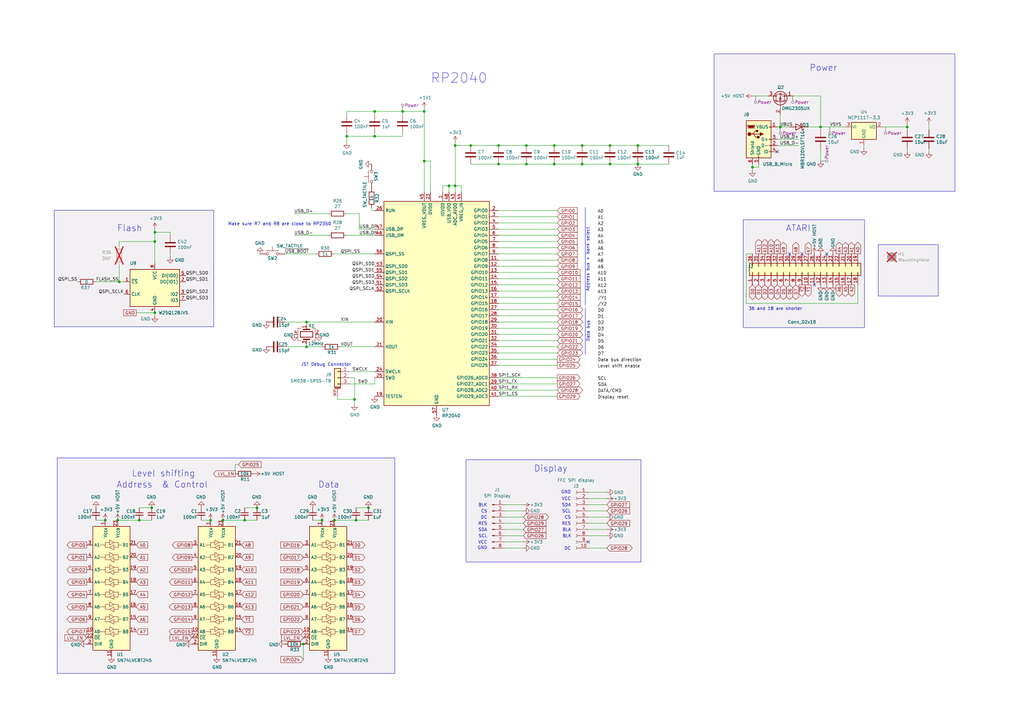
<source format=kicad_sch>
(kicad_sch (version 20250114) (generator "eeschema") (generator_version "9.0")
  (paper "A3")
  (title_block (title "DecentCart5200") (date "2025-01-23") (rev "2") (company "Decent Engineering"))
  (rectangle (start 292.862 22.098) (end 391.668 78.486) (fill (type color) (color 56 0 60 0.06)))
  (rectangle (start 23.495 187.833) (end 161.925 276.225) (fill (type color) (color 56 0 60 0.06)))
  (rectangle (start 22.225 86.233) (end 87.63 133.985) (fill (type color) (color 56 0 60 0.06)))
  (rectangle (start 191.135 188.595) (end 262.89 230.505) (fill (type color) (color 56 0 60 0.06)))
  (rectangle (start 360.172 100.33) (end 384.81 121.412) (fill (type color) (color 56 0 60 0.06)))
  (rectangle (start 304.8 90.17) (end 354.584 134.366) (fill (type color) (color 56 0 60 0.06)))
  (text "SDA" (at 234.188 207.264 0) (effects (font (size 1.27 1.27)) (justify right)))
  (text "VCC" (at 234.188 204.724 0) (effects (font (size 1.27 1.27)) (justify right)))
  (text "CS" (at 234.188 212.344 0) (effects (font (size 1.27 1.27)) (justify right)))
  (text "Flash" (at 48.006 95.25 0) (effects (font (size 2.54 2.54)) (justify left bottom)))
  (text "RP2040" (at 176.53 34.544 0) (effects (font (size 4 4)) (justify left bottom)))
  (text "ATARI" (at 327.406 95.25 0) (effects (font (size 2.54 2.54)) (justify bottom)))
  (text "Level shifting" (at 67.056 195.834 0) (effects (font (size 2.54 2.54)) (justify bottom)))
  (text "DC" (at 199.898 212.344 0) (effects (font (size 1.27 1.27)) (justify right)))
  (text "Address bus + bank select" (at 241.808 106.426 90) (effects (font (size 1.27 1.27)) (justify bottom)))
  (text "Data bus" (at 241.935 135.89 90) (effects (font (size 1.27 1.27)) (justify bottom)))
  (text "VCC" (at 199.898 222.504 0) (effects (font (size 1.27 1.27)) (justify right)))
  (text "RES" (at 199.898 214.884 0) (effects (font (size 1.27 1.27)) (justify right)))
  (text "BLK" (at 199.898 207.264 0) (effects (font (size 1.27 1.27)) (justify right)))
  (text "GND" (at 234.188 201.93 0) (effects (font (size 1.27 1.27)) (justify right)))
  (text "Power" (at 331.978 29.464 0) (effects (font (size 2.54 2.54)) (justify left bottom)))
  (text "SDA" (at 199.898 217.424 0) (effects (font (size 1.27 1.27)) (justify right)))
  (text "DC" (at 234.188 225.044 0) (effects (font (size 1.27 1.27)) (justify right)))
  (text "36 and 18 are shorter" (at 318.008 126.746 0) (effects (font (size 1.27 1.27))))
  (text "RES" (at 234.188 214.884 0) (effects (font (size 1.27 1.27)) (justify right)))
  (text "BLK" (at 234.442 219.964 0) (effects (font (size 1.27 1.27)) (justify right)))
  (text "SCL" (at 199.898 219.964 0) (effects (font (size 1.27 1.27)) (justify right)))
  (text "Make sure R7 and R8 are close to RP2350\n" (at 135.89 92.71 0) (effects (font (size 1.27 1.27)) (justify right bottom)))
  (text "SCL" (at 234.188 209.804 0) (effects (font (size 1.27 1.27)) (justify right)))
  (text "Data" (at 134.874 200.406 0) (effects (font (size 2.54 2.54)) (justify bottom)))
  (text "JST Debug Connector" (at 144.018 150.368 0) (effects (font (size 1.27 1.27)) (justify right bottom)))
  (text "Display" (at 218.948 193.802 0) (effects (font (size 2.54 2.54)) (justify left bottom)))
  (text "BLA" (at 234.188 217.424 0) (effects (font (size 1.27 1.27)) (justify right)))
  (text "CS" (at 199.898 209.804 0) (effects (font (size 1.27 1.27)) (justify right)))
  (text "GND" (at 199.898 224.79 0) (effects (font (size 1.27 1.27)) (justify right)))
  (text "Address  & Control" (at 66.548 200.406 0) (effects (font (size 2.54 2.54)) (justify bottom)))
  (junction (at 227.33 59.69))
  (junction (at 132.08 213.36))
  (junction (at 250.19 67.31))
  (junction (at 215.9 59.69))
  (junction (at 86.36 213.36))
  (junction (at 91.44 213.36))
  (junction (at 238.76 59.69))
  (junction (at 63.5 95.25))
  (junction (at 43.18 213.36))
  (junction (at 151.13 208.28))
  (junction (at 227.33 67.31))
  (junction (at 193.04 59.69))
  (junction (at 173.99 45.72))
  (junction (at 165.1 45.72))
  (junction (at 125.73 132.08))
  (junction (at 308.61 68.58))
  (junction (at 238.76 67.31))
  (junction (at 105.41 208.28))
  (junction (at 62.23 208.28))
  (junction (at 186.69 76.2))
  (junction (at 63.5 99.06))
  (junction (at 48.26 213.36))
  (junction (at 250.19 59.69))
  (junction (at 215.9 67.31))
  (junction (at 125.73 142.24))
  (junction (at 184.15 76.2))
  (junction (at 124.46 264.16))
  (junction (at 63.5 128.27))
  (junction (at 173.99 66.04))
  (junction (at 48.895 115.57))
  (junction (at 372.11 52.07))
  (junction (at 145.415 163.83))
  (junction (at 100.33 213.36))
  (junction (at 146.05 213.36))
  (junction (at 137.16 213.36))
  (junction (at 261.62 67.31))
  (junction (at 261.62 59.69))
  (junction (at 204.47 59.69))
  (junction (at 186.69 59.69))
  (junction (at 336.55 52.07))
  (junction (at 153.67 55.88))
  (junction (at 57.15 213.36))
  (junction (at 204.47 67.31))
  (junction (at 320.04 52.07))
  (junction (at 153.67 45.72))
  (junction (at 142.24 55.88))
  (no_connect (at 339.09 104.14))
  (no_connect (at 328.93 104.14))
  (no_connect (at 241.3 222.25))
  (no_connect (at 318.77 62.23))
  (no_connect (at 323.85 104.14))
  (no_connect (at 334.01 116.84))
  (wire (pts (xy 241.3 214.63) (xy 248.92 214.63)))
  (wire (pts (xy 165.1 45.72) (xy 173.99 45.72)))
  (wire (pts (xy 55.88 128.27) (xy 63.5 128.27)))
  (wire (pts (xy 63.5 95.25) (xy 63.5 99.06)))
  (wire (pts (xy 186.69 76.2) (xy 186.69 78.74)))
  (wire (pts (xy 189.23 78.74) (xy 189.23 76.2)))
  (wire (pts (xy 153.67 142.24) (xy 139.7 142.24)))
  (wire (pts (xy 228.6 160.02) (xy 204.47 160.02)))
  (wire (pts (xy 336.55 60.96) (xy 336.55 66.04)))
  (wire (pts (xy 48.895 100.965) (xy 48.895 99.06)))
  (wire (pts (xy 354.33 59.69) (xy 354.33 60.96)))
  (wire (pts (xy 146.05 213.36) (xy 151.13 213.36)))
  (wire (pts (xy 48.26 213.36) (xy 57.15 213.36)))
  (wire (pts (xy 125.73 140.97) (xy 125.73 142.24)))
  (wire (pts (xy 48.895 115.57) (xy 50.8 115.57)))
  (wire (pts (xy 184.15 76.2) (xy 181.61 76.2)))
  (wire (pts (xy 372.11 53.34) (xy 372.11 52.07)))
  (wire (pts (xy 124.46 264.16) (xy 124.46 270.51)))
  (wire (pts (xy 318.77 57.15) (xy 327.66 57.15)))
  (wire (pts (xy 57.15 213.36) (xy 62.23 213.36)))
  (wire (pts (xy 181.61 76.2) (xy 181.61 78.74)))
  (wire (pts (xy 228.6 119.38) (xy 204.47 119.38)))
  (wire (pts (xy 331.47 52.07) (xy 336.55 52.07)))
  (wire (pts (xy 100.33 208.28) (xy 105.41 208.28)))
  (wire (pts (xy 228.6 121.92) (xy 204.47 121.92)))
  (wire (pts (xy 204.47 67.31) (xy 215.9 67.31)))
  (wire (pts (xy 228.6 149.86) (xy 204.47 149.86)))
  (wire (pts (xy 215.9 67.31) (xy 227.33 67.31)))
  (wire (pts (xy 134.62 87.63) (xy 120.65 87.63)))
  (wire (pts (xy 186.69 59.69) (xy 193.04 59.69)))
  (wire (pts (xy 142.24 46.99) (xy 142.24 45.72)))
  (wire (pts (xy 228.6 129.54) (xy 204.47 129.54)))
  (wire (pts (xy 228.6 116.84) (xy 204.47 116.84)))
  (wire (pts (xy 308.61 39.37) (xy 314.96 39.37)))
  (wire (pts (xy 153.67 93.98) (xy 147.32 93.98)))
  (wire (pts (xy 207.01 222.25) (xy 214.63 222.25)))
  (wire (pts (xy 207.01 224.79) (xy 214.63 224.79)))
  (wire (pts (xy 176.53 66.04) (xy 173.99 66.04)))
  (wire (pts (xy 186.69 59.69) (xy 186.69 76.2)))
  (wire (pts (xy 165.1 55.88) (xy 165.1 54.61)))
  (wire (pts (xy 100.33 213.36) (xy 105.41 213.36)))
  (wire (pts (xy 173.99 45.72) (xy 173.99 66.04)))
  (wire (pts (xy 372.11 60.96) (xy 372.11 62.23)))
  (wire (pts (xy 48.895 108.585) (xy 48.895 115.57)))
  (wire (pts (xy 69.85 96.52) (xy 69.85 95.25)))
  (wire (pts (xy 91.44 213.36) (xy 100.33 213.36)))
  (wire (pts (xy 39.37 213.36) (xy 43.18 213.36)))
  (wire (pts (xy 320.04 52.07) (xy 323.85 52.07)))
  (wire (pts (xy 306.07 104.14) (xy 308.61 104.14)))
  (wire (pts (xy 241.3 204.47) (xy 248.92 204.47)))
  (wire (pts (xy 241.3 201.93) (xy 248.92 201.93)))
  (wire (pts (xy 241.3 219.71) (xy 248.92 219.71)))
  (wire (pts (xy 153.67 55.88) (xy 165.1 55.88)))
  (wire (pts (xy 308.61 68.58) (xy 308.61 69.85)))
  (wire (pts (xy 193.04 59.69) (xy 204.47 59.69)))
  (wire (pts (xy 137.16 213.36) (xy 146.05 213.36)))
  (wire (pts (xy 153.67 157.48) (xy 153.67 154.94)))
  (wire (pts (xy 318.77 52.07) (xy 320.04 52.07)))
  (wire (pts (xy 63.5 93.98) (xy 63.5 95.25)))
  (wire (pts (xy 215.9 59.69) (xy 227.33 59.69)))
  (wire (pts (xy 228.6 132.08) (xy 204.47 132.08)))
  (wire (pts (xy 320.04 46.99) (xy 320.04 52.07)))
  (wire (pts (xy 241.3 217.17) (xy 248.92 217.17)))
  (wire (pts (xy 39.37 115.57) (xy 48.895 115.57)))
  (wire (pts (xy 325.12 39.37) (xy 336.55 39.37)))
  (wire (pts (xy 351.79 116.84) (xy 351.79 124.46)))
  (wire (pts (xy 128.27 213.36) (xy 132.08 213.36)))
  (wire (pts (xy 116.84 132.08) (xy 125.73 132.08)))
  (wire (pts (xy 184.15 76.2) (xy 184.15 78.74)))
  (wire (pts (xy 311.15 67.31) (xy 311.15 68.58)))
  (wire (pts (xy 228.6 86.36) (xy 204.47 86.36)))
  (wire (pts (xy 176.53 78.74) (xy 176.53 66.04)))
  (wire (pts (xy 372.11 52.07) (xy 372.11 50.8)))
  (wire (pts (xy 152.4 85.09) (xy 152.4 86.36)))
  (wire (pts (xy 134.62 96.52) (xy 120.65 96.52)))
  (wire (pts (xy 142.24 55.88) (xy 153.67 55.88)))
  (wire (pts (xy 142.24 54.61) (xy 142.24 55.88)))
  (wire (pts (xy 63.5 128.27) (xy 63.5 129.54)))
  (wire (pts (xy 63.5 99.06) (xy 63.5 107.95)))
  (wire (pts (xy 250.19 59.69) (xy 261.62 59.69)))
  (wire (pts (xy 227.33 59.69) (xy 238.76 59.69)))
  (wire (pts (xy 147.32 87.63) (xy 147.32 93.98)))
  (wire (pts (xy 250.19 67.31) (xy 261.62 67.31)))
  (wire (pts (xy 69.85 95.25) (xy 63.5 95.25)))
  (wire (pts (xy 228.6 124.46) (xy 204.47 124.46)))
  (wire (pts (xy 228.6 106.68) (xy 204.47 106.68)))
  (wire (pts (xy 228.6 91.44) (xy 204.47 91.44)))
  (wire (pts (xy 96.52 190.5) (xy 96.52 194.31)))
  (wire (pts (xy 147.32 87.63) (xy 142.24 87.63)))
  (wire (pts (xy 228.6 109.22) (xy 204.47 109.22)))
  (wire (pts (xy 125.73 132.08) (xy 125.73 133.35)))
  (wire (pts (xy 228.6 114.3) (xy 204.47 114.3)))
  (wire (pts (xy 204.47 59.69) (xy 215.9 59.69)))
  (wire (pts (xy 228.6 88.9) (xy 204.47 88.9)))
  (wire (pts (xy 306.07 124.46) (xy 306.07 104.14)))
  (wire (pts (xy 227.33 67.31) (xy 238.76 67.31)))
  (wire (pts (xy 228.6 104.14) (xy 204.47 104.14)))
  (wire (pts (xy 137.16 104.14) (xy 153.67 104.14)))
  (wire (pts (xy 207.01 219.71) (xy 214.63 219.71)))
  (wire (pts (xy 138.43 162.56) (xy 138.43 163.83)))
  (wire (pts (xy 361.95 52.07) (xy 372.11 52.07)))
  (wire (pts (xy 228.6 127) (xy 204.47 127)))
  (wire (pts (xy 143.51 152.4) (xy 153.67 152.4)))
  (wire (pts (xy 318.77 59.69) (xy 327.66 59.69)))
  (wire (pts (xy 142.24 55.88) (xy 142.24 58.42)))
  (wire (pts (xy 129.54 104.14) (xy 116.84 104.14)))
  (wire (pts (xy 228.6 147.32) (xy 204.47 147.32)))
  (wire (pts (xy 125.73 132.08) (xy 153.67 132.08)))
  (wire (pts (xy 207.01 212.09) (xy 214.63 212.09)))
  (wire (pts (xy 97.79 190.5) (xy 96.52 190.5)))
  (wire (pts (xy 241.3 207.01) (xy 248.92 207.01)))
  (wire (pts (xy 381 60.96) (xy 381 62.23)))
  (wire (pts (xy 152.4 86.36) (xy 153.67 86.36)))
  (wire (pts (xy 143.51 157.48) (xy 153.67 157.48)))
  (wire (pts (xy 186.69 76.2) (xy 184.15 76.2)))
  (wire (pts (xy 336.55 53.34) (xy 336.55 52.07)))
  (wire (pts (xy 228.6 134.62) (xy 204.47 134.62)))
  (wire (pts (xy 228.6 157.48) (xy 204.47 157.48)))
  (wire (pts (xy 153.67 45.72) (xy 165.1 45.72)))
  (wire (pts (xy 145.415 154.94) (xy 145.415 163.83)))
  (wire (pts (xy 311.15 68.58) (xy 308.61 68.58)))
  (wire (pts (xy 142.24 45.72) (xy 153.67 45.72)))
  (wire (pts (xy 241.3 212.09) (xy 248.92 212.09)))
  (wire (pts (xy 69.85 104.14) (xy 69.85 105.41)))
  (wire (pts (xy 228.6 144.78) (xy 204.47 144.78)))
  (wire (pts (xy 193.04 67.31) (xy 204.47 67.31)))
  (wire (pts (xy 153.67 96.52) (xy 142.24 96.52)))
  (wire (pts (xy 207.01 214.63) (xy 214.63 214.63)))
  (wire (pts (xy 238.76 59.69) (xy 250.19 59.69)))
  (wire (pts (xy 173.99 66.04) (xy 173.99 78.74)))
  (wire (pts (xy 241.3 209.55) (xy 248.92 209.55)))
  (wire (pts (xy 173.99 44.45) (xy 173.99 45.72)))
  (wire (pts (xy 186.69 58.42) (xy 186.69 59.69)))
  (polyline (pts (xy 240.03 126.365) (xy 240.03 145.415)))
  (wire (pts (xy 228.6 96.52) (xy 204.47 96.52)))
  (wire (pts (xy 207.01 207.01) (xy 214.63 207.01)))
  (polyline (pts (xy 240.03 85.09) (xy 240.03 125.095)))
  (wire (pts (xy 165.1 46.99) (xy 165.1 45.72)))
  (wire (pts (xy 48.895 99.06) (xy 63.5 99.06)))
  (wire (pts (xy 228.6 139.7) (xy 204.47 139.7)))
  (wire (pts (xy 336.55 39.37) (xy 336.55 52.07)))
  (wire (pts (xy 116.84 142.24) (xy 125.73 142.24)))
  (wire (pts (xy 125.73 142.24) (xy 132.08 142.24)))
  (wire (pts (xy 346.71 52.07) (xy 336.55 52.07)))
  (wire (pts (xy 146.05 208.28) (xy 151.13 208.28)))
  (wire (pts (xy 228.6 99.06) (xy 204.47 99.06)))
  (wire (pts (xy 228.6 142.24) (xy 204.47 142.24)))
  (wire (pts (xy 207.01 209.55) (xy 214.63 209.55)))
  (wire (pts (xy 228.6 101.6) (xy 204.47 101.6)))
  (wire (pts (xy 153.67 46.99) (xy 153.67 45.72)))
  (wire (pts (xy 351.79 124.46) (xy 306.07 124.46)))
  (wire (pts (xy 57.15 208.28) (xy 62.23 208.28)))
  (wire (pts (xy 261.62 59.69) (xy 274.32 59.69)))
  (wire (pts (xy 145.415 163.83) (xy 145.415 165.735)))
  (wire (pts (xy 308.61 67.31) (xy 308.61 68.58)))
  (wire (pts (xy 228.6 111.76) (xy 204.47 111.76)))
  (wire (pts (xy 82.55 213.36) (xy 86.36 213.36)))
  (wire (pts (xy 228.6 137.16) (xy 204.47 137.16)))
  (wire (pts (xy 238.76 67.31) (xy 250.19 67.31)))
  (wire (pts (xy 381 50.8) (xy 381 53.34)))
  (wire (pts (xy 241.3 224.79) (xy 248.92 224.79)))
  (wire (pts (xy 189.23 76.2) (xy 186.69 76.2)))
  (wire (pts (xy 228.6 162.56) (xy 204.47 162.56)))
  (wire (pts (xy 145.415 163.83) (xy 138.43 163.83)))
  (wire (pts (xy 228.6 154.94) (xy 204.47 154.94)))
  (wire (pts (xy 207.01 217.17) (xy 214.63 217.17)))
  (wire (pts (xy 228.6 93.98) (xy 204.47 93.98)))
  (wire (pts (xy 153.67 54.61) (xy 153.67 55.88)))
  (wire (pts (xy 261.62 67.31) (xy 274.32 67.31)))
  (wire (pts (xy 143.51 154.94) (xy 145.415 154.94)))
  (label "QSPI_SD0" (at 76.2 113.03 0))
  (label "/Y1" (at 245.11 123.19 0))
  (label "XOUT" (at 139.7 142.24 0))
  (label "Level shift enable" (at 245.11 151.13 0))
  (label "A8" (at 245.11 107.95 0))
  (label "XIN" (at 139.7 132.08 0))
  (label "A10" (at 245.11 113.03 0))
  (label "DATA/CMD" (at 245.11 161.29 0))
  (label "QSPI_SCLK" (at 153.67 119.38 180))
  (label "Display reset" (at 245.11 163.83 0))
  (label "QSPI_SD2" (at 153.67 114.3 180))
  (label "SDA" (at 245.11 158.75 0))
  (label "SPI1_TX" (at 204.47 157.48 0))
  (label "QSPI_SCLK" (at 50.8 120.65 180))
  (label "QSPI_SS" (at 139.7 104.14 0))
  (label "USB_D+" (at 120.65 87.63 0))
  (label "A9" (at 245.11 110.49 0))
  (label "QSPI_SD3" (at 153.67 116.84 180))
  (label "A7" (at 245.11 105.41 0))
  (label "QSPI_SS" (at 31.75 115.57 180))
  (label "SPI1_SCK" (at 204.47 154.94 0))
  (label "D0" (at 245.11 128.27 0))
  (label "A13" (at 245.11 120.65 0))
  (label "A11" (at 245.11 115.57 0))
  (label "SWD" (at 150.876 157.48 180))
  (label "SPI1_CS" (at 204.47 162.56 0))
  (label "USB_D-" (at 120.65 96.52 0))
  (label "USB_D-" (at 327.66 59.69 180))
  (label "FLASH_SS" (at 39.37 115.57 0))
  (label "VSYS" (at 340.36 52.07 0))
  (label "QSPI_SD0" (at 153.67 109.22 180))
  (label "D7" (at 245.11 146.05 0))
  (label "QSPI_SD3" (at 76.2 123.19 0))
  (label "/Y2" (at 245.11 125.73 0))
  (label "A6" (at 245.11 102.87 0))
  (label "D3" (at 245.11 135.89 0))
  (label "USB_DN" (at 147.32 96.52 0))
  (label "Data bus direction" (at 245.11 148.59 0))
  (label "D2" (at 245.11 133.35 0))
  (label "D5" (at 245.11 140.97 0))
  (label "USB_D+" (at 327.66 57.15 180))
  (label "SWCLK" (at 150.876 152.4 180))
  (label "SCL" (at 245.11 156.21 0))
  (label "A4" (at 245.11 97.79 0))
  (label "D1" (at 245.11 130.81 0))
  (label "SPI1_RX" (at 204.47 160.02 0))
  (label "D4" (at 245.11 138.43 0))
  (label "A5" (at 245.11 100.33 0))
  (label "~{USB_BOOT}" (at 116.84 104.14 0))
  (label "A2" (at 245.11 92.71 0))
  (label "A1" (at 245.11 90.17 0))
  (label "D6" (at 245.11 143.51 0))
  (label "A12" (at 245.11 118.11 0))
  (label "A0" (at 245.11 87.63 0))
  (label "VBUS" (at 320.04 52.07 0))
  (label "QSPI_SD1" (at 153.67 111.76 180))
  (label "QSPI_SD2" (at 76.2 120.65 0))
  (label "USB_DP" (at 147.32 93.98 0))
  (label "A3" (at 245.11 95.25 0))
  (label "QSPI_SD1" (at 76.2 115.57 0))
  (global_label "A2" (shape input) (at 55.88 233.68 0) (property "Intersheetrefs" "${INTERSHEET_REFS}" (effects (hide yes))))
  (global_label "GPIO8" (shape input) (at 228.6 106.68 0) (property "Intersheetrefs" "${INTERSHEET_REFS}" (effects (hide yes))))
  (global_label "GPIO22" (shape bidirectional) (at 228.6 142.24 0) (property "Intersheetrefs" "${INTERSHEET_REFS}" (effects (hide yes))))
  (global_label "GPIO1" (shape output) (at 35.56 228.6 180) (property "Intersheetrefs" "${INTERSHEET_REFS}" (effects (hide yes))))
  (global_label "GPIO21" (shape bidirectional) (at 228.6 139.7 0) (property "Intersheetrefs" "${INTERSHEET_REFS}" (effects (hide yes))))
  (global_label "GPIO24" (shape output) (at 228.6 147.32 0) (property "Intersheetrefs" "${INTERSHEET_REFS}" (effects (hide yes))))
  (global_label "GPIO19" (shape input) (at 124.46 238.76 180) (property "Intersheetrefs" "${INTERSHEET_REFS}" (effects (hide yes))))
  (global_label "GPIO10" (shape input) (at 228.6 111.76 0) (property "Intersheetrefs" "${INTERSHEET_REFS}" (effects (hide yes))))
  (global_label "GPIO27" (shape output) (at 228.6 157.48 0) (property "Intersheetrefs" "${INTERSHEET_REFS}" (effects (hide yes))))
  (global_label "GPIO26" (shape input) (at 214.63 219.71 0) (property "Intersheetrefs" "${INTERSHEET_REFS}" (effects (hide yes))))
  (global_label "GPIO18" (shape bidirectional) (at 228.6 132.08 0) (property "Intersheetrefs" "${INTERSHEET_REFS}" (effects (hide yes))))
  (global_label "GPIO28" (shape bidirectional) (at 228.6 160.02 0) (property "Intersheetrefs" "${INTERSHEET_REFS}" (effects (hide yes))))
  (global_label "GPIO6" (shape output) (at 35.56 254 180) (property "Intersheetrefs" "${INTERSHEET_REFS}" (effects (hide yes))))
  (global_label "GPIO19" (shape bidirectional) (at 228.6 134.62 0) (property "Intersheetrefs" "${INTERSHEET_REFS}" (effects (hide yes))))
  (global_label "GPIO25" (shape input) (at 97.79 190.5 0) (property "Intersheetrefs" "${INTERSHEET_REFS}" (effects (hide yes))))
  (global_label "A2" (shape output) (at 349.25 116.84 270) (property "Intersheetrefs" "${INTERSHEET_REFS}" (effects (hide yes))))
  (global_label "GPIO9" (shape output) (at 78.74 228.6 180) (property "Intersheetrefs" "${INTERSHEET_REFS}" (effects (hide yes))))
  (global_label "A3" (shape output) (at 346.71 104.14 90) (property "Intersheetrefs" "${INTERSHEET_REFS}" (effects (hide yes))))
  (global_label "GPIO13" (shape output) (at 78.74 248.92 180) (property "Intersheetrefs" "${INTERSHEET_REFS}" (effects (hide yes))))
  (global_label "GPIO3" (shape input) (at 228.6 93.98 0) (property "Intersheetrefs" "${INTERSHEET_REFS}" (effects (hide yes))))
  (global_label "D5" (shape bidirectional) (at 321.31 116.84 270) (property "Intersheetrefs" "${INTERSHEET_REFS}" (effects (hide yes))))
  (global_label "D6" (shape bidirectional) (at 323.85 116.84 270) (property "Intersheetrefs" "${INTERSHEET_REFS}" (effects (hide yes))))
  (global_label "GPIO6" (shape input) (at 228.6 101.6 0) (property "Intersheetrefs" "${INTERSHEET_REFS}" (effects (hide yes))))
  (global_label "D2" (shape bidirectional) (at 313.69 116.84 270) (property "Intersheetrefs" "${INTERSHEET_REFS}" (effects (hide yes))))
  (global_label "D1" (shape output) (at 144.78 228.6 0) (property "Intersheetrefs" "${INTERSHEET_REFS}" (effects (hide yes))))
  (global_label "GPIO15" (shape input) (at 228.6 124.46 0) (property "Intersheetrefs" "${INTERSHEET_REFS}" (effects (hide yes))))
  (global_label "GPIO26" (shape input) (at 248.92 209.55 0) (property "Intersheetrefs" "${INTERSHEET_REFS}" (effects (hide yes))))
  (global_label "GPIO7" (shape output) (at 35.56 259.08 180) (property "Intersheetrefs" "${INTERSHEET_REFS}" (effects (hide yes))))
  (global_label "GPIO29" (shape output) (at 228.6 162.56 0) (property "Intersheetrefs" "${INTERSHEET_REFS}" (effects (hide yes))))
  (global_label "GPIO8" (shape output) (at 78.74 223.52 180) (property "Intersheetrefs" "${INTERSHEET_REFS}" (effects (hide yes))))
  (global_label "GPIO15" (shape output) (at 78.74 259.08 180) (property "Intersheetrefs" "${INTERSHEET_REFS}" (effects (hide yes))))
  (global_label "GPIO20" (shape input) (at 124.46 243.84 180) (property "Intersheetrefs" "${INTERSHEET_REFS}" (effects (hide yes))))
  (global_label "GPIO24" (shape input) (at 124.46 270.51 180) (property "Intersheetrefs" "${INTERSHEET_REFS}" (effects (hide yes))))
  (global_label "GND" (shape passive) (at 55.88 128.27 180) (property "Intersheetrefs" "${INTERSHEET_REFS}" (effects (hide yes))))
  (global_label "GPIO17" (shape input) (at 124.46 228.6 180) (property "Intersheetrefs" "${INTERSHEET_REFS}" (effects (hide yes))))
  (global_label "A11" (shape input) (at 99.06 238.76 0) (property "Intersheetrefs" "${INTERSHEET_REFS}" (effects (hide yes))))
  (global_label "LVL_EN" (shape output) (at 96.52 194.31 180) (property "Intersheetrefs" "${INTERSHEET_REFS}" (effects (hide yes))))
  (global_label "D5" (shape output) (at 144.78 248.92 0) (property "Intersheetrefs" "${INTERSHEET_REFS}" (effects (hide yes))))
  (global_label "GPIO0" (shape input) (at 228.6 86.36 0) (property "Intersheetrefs" "${INTERSHEET_REFS}" (effects (hide yes))))
  (global_label "LVL_EN" (shape input) (at 78.74 261.62 180) (property "Intersheetrefs" "${INTERSHEET_REFS}" (effects (hide yes))))
  (global_label "A10" (shape output) (at 316.23 104.14 90) (property "Intersheetrefs" "${INTERSHEET_REFS}" (effects (hide yes))))
  (global_label "GPIO16" (shape bidirectional) (at 228.6 127 0) (property "Intersheetrefs" "${INTERSHEET_REFS}" (effects (hide yes))))
  (global_label "GPIO10" (shape output) (at 78.74 233.68 180) (property "Intersheetrefs" "${INTERSHEET_REFS}" (effects (hide yes))))
  (global_label "GPIO17" (shape bidirectional) (at 228.6 129.54 0) (property "Intersheetrefs" "${INTERSHEET_REFS}" (effects (hide yes))))
  (global_label "A6" (shape input) (at 55.88 254 0) (property "Intersheetrefs" "${INTERSHEET_REFS}" (effects (hide yes))))
  (global_label "D1" (shape bidirectional) (at 311.15 116.84 270) (property "Intersheetrefs" "${INTERSHEET_REFS}" (effects (hide yes))))
  (global_label "GPIO14" (shape output) (at 78.74 254 180) (property "Intersheetrefs" "${INTERSHEET_REFS}" (effects (hide yes))))
  (global_label "D3" (shape output) (at 144.78 238.76 0) (property "Intersheetrefs" "${INTERSHEET_REFS}" (effects (hide yes))))
  (global_label "GPIO25" (shape output) (at 228.6 149.86 0) (property "Intersheetrefs" "${INTERSHEET_REFS}" (effects (hide yes))))
  (global_label "GPIO29" (shape input) (at 248.92 214.63 0) (property "Intersheetrefs" "${INTERSHEET_REFS}" (effects (hide yes))))
  (global_label "GPIO28" (shape bidirectional) (at 214.63 212.09 0) (property "Intersheetrefs" "${INTERSHEET_REFS}" (effects (hide yes))))
  (global_label "~{Y1}" (shape input) (at 99.06 254 0) (property "Intersheetrefs" "${INTERSHEET_REFS}" (effects (hide yes))))
  (global_label "A5" (shape output) (at 346.71 116.84 270) (property "Intersheetrefs" "${INTERSHEET_REFS}" (effects (hide yes))))
  (global_label "GPIO29" (shape input) (at 214.63 214.63 0) (property "Intersheetrefs" "${INTERSHEET_REFS}" (effects (hide yes))))
  (global_label "D0" (shape bidirectional) (at 308.61 116.84 270) (property "Intersheetrefs" "${INTERSHEET_REFS}" (effects (hide yes))))
  (global_label "~{Y2}" (shape output) (at 328.93 116.84 270) (property "Intersheetrefs" "${INTERSHEET_REFS}" (effects (hide yes))))
  (global_label "D0" (shape output) (at 144.78 223.52 0) (property "Intersheetrefs" "${INTERSHEET_REFS}" (effects (hide yes))))
  (global_label "GPIO11" (shape output) (at 78.74 238.76 180) (property "Intersheetrefs" "${INTERSHEET_REFS}" (effects (hide yes))))
  (global_label "GPIO11" (shape input) (at 228.6 114.3 0) (property "Intersheetrefs" "${INTERSHEET_REFS}" (effects (hide yes))))
  (global_label "D4" (shape bidirectional) (at 318.77 116.84 270) (property "Intersheetrefs" "${INTERSHEET_REFS}" (effects (hide yes))))
  (global_label "~{Y1}" (shape output) (at 331.47 116.84 270) (property "Intersheetrefs" "${INTERSHEET_REFS}" (effects (hide yes))))
  (global_label "GPIO9" (shape input) (at 228.6 109.22 0) (property "Intersheetrefs" "${INTERSHEET_REFS}" (effects (hide yes))))
  (global_label "GPIO13" (shape input) (at 228.6 119.38 0) (property "Intersheetrefs" "${INTERSHEET_REFS}" (effects (hide yes))))
  (global_label "A11" (shape output) (at 311.15 104.14 90) (property "Intersheetrefs" "${INTERSHEET_REFS}" (effects (hide yes))))
  (global_label "GPIO20" (shape bidirectional) (at 228.6 137.16 0) (property "Intersheetrefs" "${INTERSHEET_REFS}" (effects (hide yes))))
  (global_label "A5" (shape input) (at 55.88 248.92 0) (property "Intersheetrefs" "${INTERSHEET_REFS}" (effects (hide yes))))
  (global_label "A0" (shape output) (at 351.79 104.14 90) (property "Intersheetrefs" "${INTERSHEET_REFS}" (effects (hide yes))))
  (global_label "GPIO26" (shape output) (at 228.6 154.94 0) (property "Intersheetrefs" "${INTERSHEET_REFS}" (effects (hide yes))))
  (global_label "A1" (shape output) (at 349.25 104.14 90) (property "Intersheetrefs" "${INTERSHEET_REFS}" (effects (hide yes))))
  (global_label "A0" (shape input) (at 55.88 223.52 0) (property "Intersheetrefs" "${INTERSHEET_REFS}" (effects (hide yes))))
  (global_label "GPIO28" (shape bidirectional) (at 248.92 224.79 0) (property "Intersheetrefs" "${INTERSHEET_REFS}" (effects (hide yes))))
  (global_label "GPIO12" (shape input) (at 228.6 116.84 0) (property "Intersheetrefs" "${INTERSHEET_REFS}" (effects (hide yes))))
  (global_label "D7" (shape output) (at 144.78 259.08 0) (property "Intersheetrefs" "${INTERSHEET_REFS}" (effects (hide yes))))
  (global_label "A12" (shape output) (at 313.69 104.14 90) (property "Intersheetrefs" "${INTERSHEET_REFS}" (effects (hide yes))))
  (global_label "GPIO5" (shape output) (at 35.56 248.92 180) (property "Intersheetrefs" "${INTERSHEET_REFS}" (effects (hide yes))))
  (global_label "A3" (shape input) (at 55.88 238.76 0) (property "Intersheetrefs" "${INTERSHEET_REFS}" (effects (hide yes))))
  (global_label "GPIO2" (shape output) (at 35.56 233.68 180) (property "Intersheetrefs" "${INTERSHEET_REFS}" (effects (hide yes))))
  (global_label "A7" (shape output) (at 331.47 104.14 90) (property "Intersheetrefs" "${INTERSHEET_REFS}" (effects (hide yes))))
  (global_label "A10" (shape input) (at 99.06 233.68 0) (property "Intersheetrefs" "${INTERSHEET_REFS}" (effects (hide yes))))
  (global_label "A9" (shape input) (at 99.06 228.6 0) (property "Intersheetrefs" "${INTERSHEET_REFS}" (effects (hide yes))))
  (global_label "A4" (shape output) (at 344.17 104.14 90) (property "Intersheetrefs" "${INTERSHEET_REFS}" (effects (hide yes))))
  (global_label "LVL_EN" (shape input) (at 35.56 261.62 180) (property "Intersheetrefs" "${INTERSHEET_REFS}" (effects (hide yes))))
  (global_label "GPIO23" (shape bidirectional) (at 228.6 144.78 0) (property "Intersheetrefs" "${INTERSHEET_REFS}" (effects (hide yes))))
  (global_label "GPIO4" (shape output) (at 35.56 243.84 180) (property "Intersheetrefs" "${INTERSHEET_REFS}" (effects (hide yes))))
  (global_label "A1" (shape input) (at 55.88 228.6 0) (property "Intersheetrefs" "${INTERSHEET_REFS}" (effects (hide yes))))
  (global_label "GPIO4" (shape input) (at 228.6 96.52 0) (property "Intersheetrefs" "${INTERSHEET_REFS}" (effects (hide yes))))
  (global_label "A8" (shape input) (at 99.06 223.52 0) (property "Intersheetrefs" "${INTERSHEET_REFS}" (effects (hide yes))))
  (global_label "GPIO23" (shape input) (at 124.46 259.08 180) (property "Intersheetrefs" "${INTERSHEET_REFS}" (effects (hide yes))))
  (global_label "D7" (shape bidirectional) (at 326.39 116.84 270) (property "Intersheetrefs" "${INTERSHEET_REFS}" (effects (hide yes))))
  (global_label "D2" (shape output) (at 144.78 233.68 0) (property "Intersheetrefs" "${INTERSHEET_REFS}" (effects (hide yes))))
  (global_label "A6" (shape output) (at 344.17 116.84 270) (property "Intersheetrefs" "${INTERSHEET_REFS}" (effects (hide yes))))
  (global_label "GPIO14" (shape input) (at 228.6 121.92 0) (property "Intersheetrefs" "${INTERSHEET_REFS}" (effects (hide yes))))
  (global_label "A12" (shape input) (at 99.06 243.84 0) (property "Intersheetrefs" "${INTERSHEET_REFS}" (effects (hide yes))))
  (global_label "GPIO16" (shape input) (at 124.46 223.52 180) (property "Intersheetrefs" "${INTERSHEET_REFS}" (effects (hide yes))))
  (global_label "GPIO22" (shape input) (at 124.46 254 180) (property "Intersheetrefs" "${INTERSHEET_REFS}" (effects (hide yes))))
  (global_label "GPIO0" (shape output) (at 35.56 223.52 180) (property "Intersheetrefs" "${INTERSHEET_REFS}" (effects (hide yes))))
  (global_label "D3" (shape bidirectional) (at 316.23 116.84 270) (property "Intersheetrefs" "${INTERSHEET_REFS}" (effects (hide yes))))
  (global_label "GPIO7" (shape input) (at 228.6 104.14 0) (property "Intersheetrefs" "${INTERSHEET_REFS}" (effects (hide yes))))
  (global_label "D4" (shape output) (at 144.78 243.84 0) (property "Intersheetrefs" "${INTERSHEET_REFS}" (effects (hide yes))))
  (global_label "GPIO18" (shape input) (at 124.46 233.68 180) (property "Intersheetrefs" "${INTERSHEET_REFS}" (effects (hide yes))))
  (global_label "LVL_EN" (shape input) (at 124.46 261.62 180) (property "Intersheetrefs" "${INTERSHEET_REFS}" (effects (hide yes))))
  (global_label "~{Y2}" (shape input) (at 99.06 259.08 0) (property "Intersheetrefs" "${INTERSHEET_REFS}" (effects (hide yes))))
  (global_label "GPIO3" (shape output) (at 35.56 238.76 180) (property "Intersheetrefs" "${INTERSHEET_REFS}" (effects (hide yes))))
  (global_label "A9" (shape output) (at 321.31 104.14 90) (property "Intersheetrefs" "${INTERSHEET_REFS}" (effects (hide yes))))
  (global_label "GPIO5" (shape input) (at 228.6 99.06 0) (property "Intersheetrefs" "${INTERSHEET_REFS}" (effects (hide yes))))
  (global_label "GPIO2" (shape input) (at 228.6 91.44 0) (property "Intersheetrefs" "${INTERSHEET_REFS}" (effects (hide yes))))
  (global_label "A7" (shape input) (at 55.88 259.08 0) (property "Intersheetrefs" "${INTERSHEET_REFS}" (effects (hide yes))))
  (global_label "A13" (shape input) (at 99.06 248.92 0) (property "Intersheetrefs" "${INTERSHEET_REFS}" (effects (hide yes))))
  (global_label "GPIO27" (shape input) (at 248.92 207.01 0) (property "Intersheetrefs" "${INTERSHEET_REFS}" (effects (hide yes))))
  (global_label "GPIO21" (shape input) (at 124.46 248.92 180) (property "Intersheetrefs" "${INTERSHEET_REFS}" (effects (hide yes))))
  (global_label "A8" (shape output) (at 326.39 104.14 90) (property "Intersheetrefs" "${INTERSHEET_REFS}" (effects (hide yes))))
  (global_label "A13" (shape output) (at 318.77 104.14 90) (property "Intersheetrefs" "${INTERSHEET_REFS}" (effects (hide yes))))
  (global_label "A4" (shape input) (at 55.88 243.84 0) (property "Intersheetrefs" "${INTERSHEET_REFS}" (effects (hide yes))))
  (global_label "GPIO12" (shape output) (at 78.74 243.84 180) (property "Intersheetrefs" "${INTERSHEET_REFS}" (effects (hide yes))))
  (global_label "GPIO1" (shape input) (at 228.6 88.9 0) (property "Intersheetrefs" "${INTERSHEET_REFS}" (effects (hide yes))))
  (global_label "GPIO27" (shape input) (at 214.63 217.17 0) (property "Intersheetrefs" "${INTERSHEET_REFS}" (effects (hide yes))))
  (global_label "D6" (shape output) (at 144.78 254 0) (property "Intersheetrefs" "${INTERSHEET_REFS}" (effects (hide yes))))
  (netclass_flag "" (length 2.54) (shape round) (at 309.88 39.37 180) (property "Netclass" "Power" (at 310.5785 41.91 0) (effects (font (italic yes)) (justify left))))
  (netclass_flag "" (length 2.54) (shape round) (at 320.04 52.07 180) (property "Netclass" "Power" (at 320.7385 54.61 0) (effects (font (italic yes)) (justify left))))
  (netclass_flag "" (length 2.54) (shape round) (at 363.22 52.07 180) (property "Netclass" "Power" (at 363.9185 54.61 0) (effects (font (italic yes)) (justify left))))
  (netclass_flag "" (length 2.54) (shape round) (at 340.36 52.07 180) (property "Netclass" "Power" (at 341.0585 54.61 0) (effects (font (italic yes)) (justify left))))
  (netclass_flag "" (length 2.54) (shape round) (at 325.12 39.37 180) (property "Netclass" "Power" (at 325.8185 41.91 0) (effects (font (italic yes)) (justify left))))
  (netclass_flag "" (length 2.54) (shape round) (at 165.1 45.72 0) (property "Netclass" "Power" (at 165.7985 43.18 0) (effects (font (italic yes)) (justify left))))
  (netclass_flag "" (length 2.54) (shape round) (at 336.55 66.04 270) (property "Netclass" "Power" (at 339.09 65.3415 90) (effects (font (italic yes)) (justify left))))
  (symbol (lib_id "Device:C_Small") (at 105.41 210.82 0) (unit 1)
    (property "Reference" "C3" (at 107.188 209.6657 0) (effects (justify left)))
    (property "Value" "1uF" (at 107.188 212.09 0) (effects (justify left)))
    (property "Footprint" "Capacitor_SMD:C_0402_1005Metric" (effects (hide yes)))
    (property "Description" "Unpolarized capacitor, small symbol" (effects (hide yes)))
    (property "JLCPCB Part #" "C52923" (effects (hide yes)))
    (property "Basic" "Basic" (effects (hide yes)))
  )
  (symbol (lib_id "power:GND") (at 82.55 208.28 180) (unit 1)
    (property "Reference" "#PWR01" (effects (hide yes)))
    (property "Value" "GND" (at 82.423 203.8858 0))
  )
  (symbol (lib_id "power:+3V3") (at 381 50.8 0) (unit 1)
    (property "Reference" "#PWR041" (effects (hide yes)))
    (property "Value" "+3V3" (at 381.381 46.4058 0))
  )
  (symbol (lib_id "Connector_Generic_MountingPin:Conn_01x03_MountingPin") (at 138.43 154.94 0) (mirror y) (unit 1)
    (property "Reference" "J9" (at 135.89 153.67 0) (effects (justify left)))
    (property "Value" "SM03B-SRSS-TB" (at 135.89 156.21 0) (effects (justify left)))
    (property "Footprint" "Connector_JST:JST_SH_BM03B-SRSS-TB_1x03-1MP_P1.00mm_Vertical" (effects (hide yes)))
    (property "JLCPCB Part #" "C160389" (effects (hide yes)))
    (property "JLCPCB Rotation Offset" "180" (effects (hide yes)))
    (property "Basic" "Ext" (effects (hide yes)))
  )
  (symbol (lib_id "power:+3.3V") (at 248.92 217.17 270) (unit 1)
    (property "Reference" "#PWR029" (effects (hide yes)))
    (property "Value" "+3V3" (at 254.254 217.17 90))
    (property "Description" "Power symbol creates a global label with name \"+3.3V\"" (effects (hide yes)))
  )
  (symbol (lib_id "power:GND") (at 45.72 269.24 0) (unit 1)
    (property "Reference" "#PWR047" (effects (hide yes)))
    (property "Value" "GND" (at 45.847 273.6342 0))
  )
  (symbol (lib_id "power:GND") (at 88.9 269.24 0) (unit 1)
    (property "Reference" "#PWR06" (effects (hide yes)))
    (property "Value" "GND" (at 89.027 273.6342 0))
  )
  (symbol (lib_id "Device:D_Schottky") (at 327.66 52.07 180) (unit 1)
    (property "Reference" "D3" (at 330.454 51.308 0))
    (property "Value" "MBR120VLSFT1G" (at 329.184 61.468 90))
    (property "Footprint" "Diode_SMD:Nexperia_CFP3_SOD-123W" (effects (hide yes)))
    (property "Description" "Schottky diode" (effects (hide yes)))
    (property "JLCPCB Part #" "C8598" (effects (hide yes)))
    (property "Basic" "Basic" (effects (hide yes)))
  )
  (symbol (lib_id "Device:C_Small") (at 39.37 210.82 0) (unit 1)
    (property "Reference" "C17" (at 37.846 209.6657 0) (effects (justify right)))
    (property "Value" "100nF" (at 37.846 212.09 0) (effects (justify right)))
    (property "Footprint" "Capacitor_SMD:C_0402_1005Metric" (effects (hide yes)))
    (property "Description" "Unpolarized capacitor, small symbol" (effects (hide yes)))
    (property "JLCPCB Part #" "C1525" (effects (hide yes)))
    (property "Basic" "Basic" (effects (hide yes)))
  )
  (symbol (lib_id "power:GND") (at 179.07 170.18 0) (unit 1)
    (property "Reference" "#PWR032" (effects (hide yes)))
    (property "Value" "GND" (at 179.197 174.5742 0))
  )
  (symbol (lib_id "Device:C_Small") (at 62.23 210.82 0) (unit 1)
    (property "Reference" "C19" (at 64.008 209.6657 0) (effects (justify left)))
    (property "Value" "1uF" (at 64.008 212.09 0) (effects (justify left)))
    (property "Footprint" "Capacitor_SMD:C_0402_1005Metric" (effects (hide yes)))
    (property "Description" "Unpolarized capacitor, small symbol" (effects (hide yes)))
    (property "JLCPCB Part #" "C52923" (effects (hide yes)))
    (property "Basic" "Basic" (effects (hide yes)))
  )
  (symbol (lib_id "Logic_LevelTranslator:SN74LVC8T245") (at 134.62 241.3 0) (unit 1)
    (property "Reference" "U5" (at 136.8141 268.4201 0) (effects (justify left)))
    (property "Value" "SN74LVC8T245" (at 136.8141 270.8444 0) (effects (justify left)))
    (property "Footprint" "Package_SO:TSSOP-24_4.4x7.8mm_P0.65mm" (effects (hide yes)))
    (property "Datasheet" "https://www.ti.com/lit/ds/symlink/sn74lvc8t245.pdf" (effects (hide yes)))
    (property "Description" "8-Bit Dual-Supply Bus Transceiver With Configurable Voltage Translation and 3-State Outputs" (effects (hide yes)))
    (property "JLCPCB Part #" "C27643" (effects (hide yes)))
    (property "Basic" "Ext" (effects (hide yes)))
  )
  (symbol (lib_id "power:GND") (at 120.65 137.16 0) (unit 1)
    (property "Reference" "#PWR042" (effects (hide yes)))
    (property "Value" "GND" (at 118.364 137.414 0))
  )
  (symbol (lib_id "Device:C") (at 69.85 100.33 0) (unit 1)
    (property "Reference" "C42" (at 72.771 99.1616 0) (effects (justify left)))
    (property "Value" "100nF" (at 72.771 101.473 0) (effects (justify left)))
    (property "Footprint" "Capacitor_SMD:C_0402_1005Metric" (effects (hide yes)))
    (property "JLCPCB Part #" "C1525" (effects (hide yes)))
    (property "Basic" "Basic" (effects (hide yes)))
  )
  (symbol (lib_id "power:GND") (at 39.37 208.28 180) (unit 1)
    (property "Reference" "#PWR023" (effects (hide yes)))
    (property "Value" "GND" (at 39.243 203.8858 0))
  )
  (symbol (lib_id "power:+3V3") (at 132.08 213.36 0) (unit 1)
    (property "Reference" "#PWR061" (effects (hide yes)))
    (property "Value" "+3V3" (at 132.461 208.9658 0))
  )
  (symbol (lib_id "power:+3V3") (at 43.18 213.36 0) (unit 1)
    (property "Reference" "#PWR025" (effects (hide yes)))
    (property "Value" "+3V3" (at 43.561 208.9658 0))
  )
  (symbol (lib_id "Device:C") (at 238.76 63.5 0) (unit 1)
    (property "Reference" "C11" (at 241.681 62.2878 0) (effects (justify left)))
    (property "Value" "100nF" (at 241.681 64.7121 0) (effects (justify left)))
    (property "Footprint" "Capacitor_SMD:C_0402_1005Metric" (effects (hide yes)))
    (property "Description" "Unpolarized capacitor" (effects (hide yes)))
    (property "JLCPCB Part #" "C1525" (effects (hide yes)))
    (property "Basic" "Basic" (effects (hide yes)))
  )
  (symbol (lib_id "power:GND") (at 105.41 208.28 180) (unit 1)
    (property "Reference" "#PWR02" (effects (hide yes)))
    (property "Value" "GND" (at 105.283 203.8858 0))
  )
  (symbol (lib_id "power:GND") (at 336.55 116.84 0) (mirror y) (unit 1)
    (property "Reference" "#PWR027" (effects (hide yes)))
    (property "Value" "GND" (at 336.55 121.412 90))
  )
  (symbol (lib_id "Connector:Conn_01x10_Socket") (at 236.22 212.09 0) (mirror y) (unit 1)
    (property "Reference" "J3" (at 236.22 199.39 0))
    (property "Value" "FFC SPI display" (at 236.22 196.9657 0))
    (property "Footprint" "Connector_FFC-FPC:TE_1-1734839-0_1x10-1MP_P0.5mm_Horizontal" (effects (hide yes)))
    (property "Description" "Generic connector, single row, 01x10, script generated" (effects (hide yes)))
    (property "JLCPCB Part #" "C262659" (effects (hide yes)))
    (property "JLCPCB Rotation Offset" "180" (effects (hide yes)))
  )
  (symbol (lib_id "Connector:USB_B_Micro") (at 311.15 57.15 0) (unit 1)
    (property "Reference" "J8" (at 307.34 46.99 0) (effects (justify right)))
    (property "Value" "USB_B_Micro" (at 325.12 67.31 0) (effects (justify right)))
    (property "Footprint" "DecenTKL:USB_Micro-B" (effects (hide yes)))
    (property "JLCPCB Part #" "C2765187" (effects (hide yes)))
    (property "JLCPCB Position Offset" "0,-0.8" (effects (hide yes)))
    (property "Basic" "Ext" (effects (hide yes)))
  )
  (symbol (lib_id "Device:C_Small") (at 151.13 210.82 0) (unit 1)
    (property "Reference" "C31" (at 152.908 209.6657 0) (effects (justify left)))
    (property "Value" "1uF" (at 152.908 212.09 0) (effects (justify left)))
    (property "Footprint" "Capacitor_SMD:C_0402_1005Metric" (effects (hide yes)))
    (property "Description" "Unpolarized capacitor, small symbol" (effects (hide yes)))
    (property "JLCPCB Part #" "C52923" (effects (hide yes)))
    (property "Basic" "Basic" (effects (hide yes)))
  )
  (symbol (lib_id "power:GND") (at 248.92 201.93 90) (unit 1)
    (property "Reference" "#PWR021" (effects (hide yes)))
    (property "Value" "GND" (at 253.746 201.93 90))
  )
  (symbol (lib_id "Device:C") (at 381 57.15 0) (unit 1)
    (property "Reference" "C28" (at 383.921 55.9816 0) (effects (justify left)))
    (property "Value" "10uF" (at 383.921 58.293 0) (effects (justify left)))
    (property "Footprint" "Capacitor_SMD:C_0402_1005Metric" (effects (hide yes)))
    (property "JLCPCB Part #" "C15525" (effects (hide yes)))
    (property "Basic" "Basic" (effects (hide yes)))
  )
  (symbol (lib_id "Device:C") (at 113.03 132.08 270) (unit 1)
    (property "Reference" "C24" (at 115.57 130.81 90))
    (property "Value" "15pF" (at 116.586 133.35 90))
    (property "Footprint" "Capacitor_SMD:C_0402_1005Metric" (effects (hide yes)))
    (property "Description" "Unpolarized capacitor" (effects (hide yes)))
    (property "JLCPCB Part #" "C1548" (effects (hide yes)))
    (property "Basic" "Basic" (effects (hide yes)))
  )
  (symbol (lib_id "power:+3.3V") (at 214.63 222.25 270) (unit 1)
    (property "Reference" "#PWR019" (effects (hide yes)))
    (property "Value" "+3V3" (at 219.964 222.25 90))
    (property "Description" "Power symbol creates a global label with name \"+3.3V\"" (effects (hide yes)))
  )
  (symbol (lib_id "power:GND") (at 354.33 60.96 0) (unit 1)
    (property "Reference" "#PWR049" (effects (hide yes)))
    (property "Value" "GND" (at 350.52 62.23 0))
  )
  (symbol (lib_id "power:+3V3") (at 372.11 50.8 0) (unit 1)
    (property "Reference" "#PWR040" (effects (hide yes)))
    (property "Value" "+3V3" (at 372.11 46.482 0))
  )
  (symbol (lib_id "power:GND") (at 62.23 208.28 180) (unit 1)
    (property "Reference" "#PWR024" (effects (hide yes)))
    (property "Value" "GND" (at 62.103 203.8858 0))
  )
  (symbol (lib_id "power:+1V1") (at 173.99 44.45 0) (unit 1)
    (property "Reference" "#PWR010" (effects (hide yes)))
    (property "Value" "+1V1" (at 174.371 40.0558 0))
  )
  (symbol (lib_id "Device:R") (at 133.35 104.14 270) (unit 1)
    (property "Reference" "R30" (at 133.35 101.854 90))
    (property "Value" "1k" (at 133.35 104.1654 90))
    (property "Footprint" "Resistor_SMD:R_0402_1005Metric" (effects (hide yes)))
    (property "JLCPCB Part #" "C11702" (effects (hide yes)))
    (property "Basic" "Basic" (effects (hide yes)))
  )
  (symbol (lib_id "power:+3.3V") (at 186.69 58.42 0) (unit 1)
    (property "Reference" "#PWR011" (effects (hide yes)))
    (property "Value" "+3V3" (at 186.69 54.356 0))
    (property "Description" "Power symbol creates a global label with name \"+3.3V\"" (effects (hide yes)))
  )
  (symbol (lib_id "Device:C") (at 215.9 63.5 0) (unit 1)
    (property "Reference" "C9" (at 218.821 62.2878 0) (effects (justify left)))
    (property "Value" "100nF" (at 218.821 64.7121 0) (effects (justify left)))
    (property "Footprint" "Capacitor_SMD:C_0402_1005Metric" (effects (hide yes)))
    (property "Description" "Unpolarized capacitor" (effects (hide yes)))
    (property "JLCPCB Part #" "C1525" (effects (hide yes)))
    (property "Basic" "Basic" (effects (hide yes)))
  )
  (symbol (lib_id "power:+3V3") (at 63.5 93.98 0) (unit 1)
    (property "Reference" "#PWR069" (effects (hide yes)))
    (property "Value" "+3V3" (at 63.881 89.5858 0))
  )
  (symbol (lib_id "Device:C") (at 227.33 63.5 0) (unit 1)
    (property "Reference" "C10" (at 230.251 62.2878 0) (effects (justify left)))
    (property "Value" "100nF" (at 230.251 64.7121 0) (effects (justify left)))
    (property "Footprint" "Capacitor_SMD:C_0402_1005Metric" (effects (hide yes)))
    (property "Description" "Unpolarized capacitor" (effects (hide yes)))
    (property "JLCPCB Part #" "C1525" (effects (hide yes)))
    (property "Basic" "Basic" (effects (hide yes)))
  )
  (symbol (lib_id "power:GND") (at 109.22 142.24 0) (unit 1)
    (property "Reference" "#PWR045" (effects (hide yes)))
    (property "Value" "GND" (at 105.41 143.51 0))
  )
  (symbol (lib_id "Device:R") (at 120.65 264.16 90) (unit 1)
    (property "Reference" "R33" (at 120.904 266.446 90))
    (property "Value" "10k" (at 120.65 264.16 90))
    (property "Footprint" "Resistor_SMD:R_0402_1005Metric" (effects (hide yes)))
    (property "JLCPCB Part #" "C25744" (effects (hide yes)))
    (property "Basic" "Basic" (effects (hide yes)))
  )
  (symbol (lib_id "Memory_Flash:W25Q128JVS") (at 63.5 118.11 0) (unit 1)
    (property "Reference" "U9" (at 54.61 107.95 0))
    (property "Value" "W25Q128JVS" (at 71.12 128.27 0))
    (property "Footprint" "Package_SO:SOIC-8_5.23x5.23mm_P1.27mm" (effects (hide yes)))
    (property "Datasheet" "http://www.winbond.com/resource-files/w25q128jv_dtr%20revc%2003272018%20plus.pdf" (effects (hide yes)))
    (property "JLCPCB Part #" "C97521" (effects (hide yes)))
    (property "Basic" "Basic" (effects (hide yes)))
  )
  (symbol (lib_id "Transistor_FET:TP0610L") (at 320.04 41.91 90) (unit 1)
    (property "Reference" "Q2" (at 321.564 35.814 90) (effects (justify left)))
    (property "Value" "DMG2305UX" (at 332.232 44.45 90) (effects (justify left)))
    (property "Footprint" "Package_TO_SOT_SMD:SOT-23" (effects (hide yes)))
    (property "Datasheet" "https://www.lcsc.com/datasheet/lcsc_datasheet_1810010329_Vishay-Intertech-TP0610K-T1-GE3_C193222.pdf" (effects (hide yes)))
    (property "Description" "-0.18A Id, -60V Vds, P-Channel MOSFET, TO-92" (effects (hide yes)))
    (property "JLCPCB Part #" "C150470" (effects (hide yes)))
    (property "Basic" "Basic" (effects (hide yes)))
  )
  (symbol (lib_id "Device:C") (at 153.67 50.8 0) (unit 1)
    (property "Reference" "C5" (at 156.591 49.6316 0) (effects (justify left)))
    (property "Value" "1uF" (at 156.591 51.943 0) (effects (justify left)))
    (property "Footprint" "Capacitor_SMD:C_0402_1005Metric" (effects (hide yes)))
    (property "JLCPCB Part #" "C52923" (effects (hide yes)))
    (property "Basic" "Basic" (effects (hide yes)))
  )
  (symbol (lib_id "power:+3.3V") (at 248.92 204.47 270) (unit 1)
    (property "Reference" "#PWR022" (effects (hide yes)))
    (property "Value" "+3V3" (at 254.254 204.47 90))
    (property "Description" "Power symbol creates a global label with name \"+3.3V\"" (effects (hide yes)))
  )
  (symbol (lib_id "power:GND") (at 142.24 58.42 0) (unit 1)
    (property "Reference" "#PWR017" (effects (hide yes)))
    (property "Value" "GND" (at 142.367 62.8142 0))
  )
  (symbol (lib_id "Device:C_Small") (at 82.55 210.82 0) (unit 1)
    (property "Reference" "C1" (at 81.026 209.6657 0) (effects (justify right)))
    (property "Value" "100nF" (at 81.026 212.09 0) (effects (justify right)))
    (property "Footprint" "Capacitor_SMD:C_0402_1005Metric" (effects (hide yes)))
    (property "Description" "Unpolarized capacitor, small symbol" (effects (hide yes)))
    (property "JLCPCB Part #" "C1525" (effects (hide yes)))
    (property "Basic" "Basic" (effects (hide yes)))
  )
  (symbol (lib_id "power:GND") (at 116.84 264.16 270) (unit 1)
    (property "Reference" "#PWR07" (effects (hide yes)))
    (property "Value" "GND" (at 112.268 264.414 90))
  )
  (symbol (lib_id "Device:R") (at 48.895 104.775 0) (mirror y) (unit 1) (dnp yes)
    (property "Reference" "R36" (at 45.72 103.505 0) (effects (justify left)))
    (property "Value" "DNF" (at 45.72 106.045 0) (effects (justify left)))
    (property "Footprint" "Resistor_SMD:R_0402_1005Metric" (effects (hide yes)))
    (property "Basic" "-" (effects (hide yes)))
  )
  (symbol (lib_id "power:GND") (at 261.62 67.31 0) (unit 1)
    (property "Reference" "#PWR018" (effects (hide yes)))
    (property "Value" "GND" (at 261.62 71.4431 0))
    (property "Description" "Power symbol creates a global label with name \"GND\" , ground" (effects (hide yes)))
  )
  (symbol (lib_id "Device:C") (at 142.24 50.8 0) (unit 1)
    (property "Reference" "C4" (at 145.161 49.6316 0) (effects (justify left)))
    (property "Value" "100nF" (at 145.161 51.943 0) (effects (justify left)))
    (property "Footprint" "Capacitor_SMD:C_0402_1005Metric" (effects (hide yes)))
    (property "JLCPCB Part #" "C1525" (effects (hide yes)))
    (property "Basic" "Basic" (effects (hide yes)))
  )
  (symbol (lib_id "Connector:Conn_01x08_Pin") (at 201.93 214.63 0) (unit 1)
    (property "Reference" "J1" (at 203.962 200.914 0))
    (property "Value" "SPI Display" (at 203.962 203.3383 0))
    (property "Footprint" "Connector_PinHeader_2.54mm:PinHeader_1x08_P2.54mm_Vertical" (effects (hide yes)))
    (property "Description" "Generic connector, single row, 01x08, script generated" (effects (hide yes)))
  )
  (symbol (lib_id "power:GND") (at 372.11 62.23 0) (unit 1)
    (property "Reference" "#PWR050" (effects (hide yes)))
    (property "Value" "GND" (at 368.3 63.5 0))
  )
  (symbol (lib_id "Device:C") (at 261.62 63.5 0) (unit 1)
    (property "Reference" "C13" (at 264.541 62.2878 0) (effects (justify left)))
    (property "Value" "100nF" (at 264.541 64.7121 0) (effects (justify left)))
    (property "Footprint" "Capacitor_SMD:C_0402_1005Metric" (effects (hide yes)))
    (property "Description" "Unpolarized capacitor" (effects (hide yes)))
    (property "JLCPCB Part #" "C1525" (effects (hide yes)))
    (property "Basic" "Basic" (effects (hide yes)))
  )
  (symbol (lib_id "Device:R") (at 135.89 142.24 90) (unit 1)
    (property "Reference" "R31" (at 136.144 144.526 90))
    (property "Value" "1k" (at 135.89 142.24 90))
    (property "Footprint" "Resistor_SMD:R_0402_1005Metric" (effects (hide yes)))
    (property "JLCPCB Part #" "C11702" (effects (hide yes)))
    (property "Basic" "Basic" (effects (hide yes)))
  )
  (symbol (lib_id "Connector_Generic:Conn_02x18_Counter_Clockwise") (at 328.93 111.76 90) (unit 1)
    (property "Reference" "J2" (at 309.1181 109.2778 90) (effects (justify left)))
    (property "Value" "Conn_02x18" (at 334.772 132.08 90) (effects (justify left)))
    (property "Footprint" "DecenTKL:Atari 5200 Cartridge Edge Connector" (effects (hide yes)))
    (property "Description" "Generic connector, double row, 02x18, counter clockwise pin numbering scheme (similar to DIP package numbering), script generated (kicad-library-utils/schlib/autogen/connector/)" (effects (hide yes)))
    (property "Basic" "-" (effects (hide yes)))
  )
  (symbol (lib_id "power:GND") (at 341.63 104.14 0) (mirror x) (unit 1)
    (property "Reference" "#PWR012" (effects (hide yes)))
    (property "Value" "GND" (at 341.63 99.568 90))
  )
  (symbol (lib_id "power:+5V") (at 48.26 213.36 0) (unit 1)
    (property "Reference" "#PWR026" (effects (hide yes)))
    (property "Value" "+5V HOST" (at 48.26 205.74 90))
    (property "Description" "Power symbol creates a global label with name \"+5V\"" (effects (hide yes)))
  )
  (symbol (lib_id "Device:C_Small") (at 57.15 210.82 0) (unit 1)
    (property "Reference" "C18" (at 55.626 209.6657 0) (effects (justify right)))
    (property "Value" "100nF" (at 55.626 212.09 0) (effects (justify right)))
    (property "Footprint" "Capacitor_SMD:C_0402_1005Metric" (effects (hide yes)))
    (property "Description" "Unpolarized capacitor, small symbol" (effects (hide yes)))
    (property "JLCPCB Part #" "C1525" (effects (hide yes)))
    (property "Basic" "Basic" (effects (hide yes)))
  )
  (symbol (lib_id "Device:Crystal_GND24") (at 125.73 137.16 270) (unit 1)
    (property "Reference" "X1" (at 127.762 133.604 90))
    (property "Value" "12MHz" (at 129.54 140.97 90))
    (property "Footprint" "Crystal:Crystal_SMD_Abracon_ABM8AIG-4Pin_3.2x2.5mm" (effects (hide yes)))
    (property "Datasheet" "https://www.lcsc.com/datasheet/lcsc_datasheet_2403291504_YXC-Crystal-Oscillators-X322512MSB4SI_C9002.pdf" (effects (hide yes)))
    (property "Description" "Four pin crystal, GND on pins 2 and 4" (effects (hide yes)))
    (property "JLCPCB Part #" "C9002" (effects (hide yes)))
    (property "Basic" "Basic" (effects (hide yes)))
  )
  (symbol (lib_id "power:GND") (at 130.81 137.16 0) (unit 1)
    (property "Reference" "#PWR043" (effects (hide yes)))
    (property "Value" "GND" (at 133.096 137.414 0))
  )
  (symbol (lib_id "Device:C_Small") (at 146.05 210.82 0) (unit 1)
    (property "Reference" "C30" (at 144.526 209.6657 0) (effects (justify right)))
    (property "Value" "100nF" (at 144.526 212.09 0) (effects (justify right)))
    (property "Footprint" "Capacitor_SMD:C_0402_1005Metric" (effects (hide yes)))
    (property "Description" "Unpolarized capacitor, small symbol" (effects (hide yes)))
    (property "JLCPCB Part #" "C1525" (effects (hide yes)))
    (property "Basic" "Basic" (effects (hide yes)))
  )
  (symbol (lib_id "Device:R") (at 100.33 194.31 90) (unit 1)
    (property "Reference" "R11" (at 100.584 196.596 90))
    (property "Value" "10k" (at 100.33 194.31 90))
    (property "Footprint" "Resistor_SMD:R_0402_1005Metric" (effects (hide yes)))
    (property "JLCPCB Part #" "C25744" (effects (hide yes)))
    (property "Basic" "Basic" (effects (hide yes)))
  )
  (symbol (lib_id "Device:C") (at 372.11 57.15 0) (unit 1)
    (property "Reference" "C27" (at 375.031 55.9816 0) (effects (justify left)))
    (property "Value" "10uF" (at 375.031 58.293 0) (effects (justify left)))
    (property "Footprint" "Capacitor_SMD:C_0402_1005Metric" (effects (hide yes)))
    (property "JLCPCB Part #" "C15525" (effects (hide yes)))
    (property "Basic" "Basic" (effects (hide yes)))
  )
  (symbol (lib_id "Switch:SW_Push") (at 111.76 104.14 0) (unit 1)
    (property "Reference" "SW2" (at 111.76 105.918 0))
    (property "Value" "SW_TACTILE" (at 118.872 100.838 0))
    (property "Footprint" "DecenTKL:Tactile_Switch_Basic_XKB_TS-1187A" (effects (hide yes)))
    (property "JLCPCB Part #" "C318884" (effects (hide yes)))
    (property "Basic" "Basic" (effects (hide yes)))
  )
  (symbol (lib_id "Mechanical:MountingHole") (at 365.76 105.41 0) (unit 1) (exclude_from_sim yes) (in_bom no) (dnp yes)
    (property "Reference" "H1" (at 368.3 104.1978 0) (effects (justify left)))
    (property "Value" "MountingHole" (at 368.3 106.6221 0) (effects (justify left)))
    (property "Footprint" "MountingHole:MountingHole_2.2mm_M2" (effects (hide yes)))
    (property "Description" "Mounting Hole without connection" (effects (hide yes)))
    (property "Basic" "-" (effects (hide yes)))
  )
  (symbol (lib_id "Device:C_Small") (at 100.33 210.82 0) (unit 1)
    (property "Reference" "C2" (at 98.806 209.6657 0) (effects (justify right)))
    (property "Value" "100nF" (at 98.806 212.09 0) (effects (justify right)))
    (property "Footprint" "Capacitor_SMD:C_0402_1005Metric" (effects (hide yes)))
    (property "Description" "Unpolarized capacitor, small symbol" (effects (hide yes)))
    (property "JLCPCB Part #" "C1525" (effects (hide yes)))
    (property "Basic" "Basic" (effects (hide yes)))
  )
  (symbol (lib_id "power:GND") (at 308.61 69.85 0) (unit 1)
    (property "Reference" "#PWR054" (effects (hide yes)))
    (property "Value" "GND" (at 308.737 74.2442 0))
  )
  (symbol (lib_id "power:+3V3") (at 86.36 213.36 0) (unit 1)
    (property "Reference" "#PWR03" (effects (hide yes)))
    (property "Value" "+3V3" (at 86.741 208.9658 0))
  )
  (symbol (lib_id "power:GND") (at 134.62 269.24 0) (unit 1)
    (property "Reference" "#PWR074" (effects (hide yes)))
    (property "Value" "GND" (at 134.747 273.6342 0))
  )
  (symbol (lib_id "Device:C") (at 165.1 50.8 0) (unit 1)
    (property "Reference" "C6" (at 168.021 49.6316 0) (effects (justify left)))
    (property "Value" "100nF" (at 168.021 51.943 0) (effects (justify left)))
    (property "Footprint" "Capacitor_SMD:C_0402_1005Metric" (effects (hide yes)))
    (property "JLCPCB Part #" "C1525" (effects (hide yes)))
    (property "Basic" "Basic" (effects (hide yes)))
  )
  (symbol (lib_id "Device:C") (at 193.04 63.5 0) (unit 1)
    (property "Reference" "C7" (at 195.961 62.2878 0) (effects (justify left)))
    (property "Value" "100nF" (at 195.961 64.7121 0) (effects (justify left)))
    (property "Footprint" "Capacitor_SMD:C_0402_1005Metric" (effects (hide yes)))
    (property "Description" "Unpolarized capacitor" (effects (hide yes)))
    (property "JLCPCB Part #" "C1525" (effects (hide yes)))
    (property "Basic" "Basic" (effects (hide yes)))
  )
  (symbol (lib_id "power:+5V") (at 137.16 213.36 0) (unit 1)
    (property "Reference" "#PWR062" (effects (hide yes)))
    (property "Value" "+5V HOST" (at 137.16 205.74 90))
    (property "Description" "Power symbol creates a global label with name \"+5V\"" (effects (hide yes)))
  )
  (symbol (lib_id "power:GND") (at 153.67 162.56 0) (unit 1)
    (property "Reference" "#PWR077" (effects (hide yes)))
    (property "Value" "GND" (at 153.797 166.9542 0))
  )
  (symbol (lib_id "power:GND") (at 248.92 219.71 90) (unit 1)
    (property "Reference" "#PWR030" (effects (hide yes)))
    (property "Value" "GND" (at 253.746 219.71 90))
  )
  (symbol (lib_id "Device:C") (at 336.55 57.15 0) (unit 1)
    (property "Reference" "C26" (at 339.471 55.9816 0) (effects (justify left)))
    (property "Value" "10uF" (at 339.471 58.293 0) (effects (justify left)))
    (property "Footprint" "Capacitor_SMD:C_0402_1005Metric" (effects (hide yes)))
    (property "JLCPCB Part #" "C15525" (effects (hide yes)))
    (property "Basic" "Basic" (effects (hide yes)))
  )
  (symbol (lib_id "power:+5V") (at 91.44 213.36 0) (unit 1)
    (property "Reference" "#PWR04" (effects (hide yes)))
    (property "Value" "+5V HOST" (at 91.44 205.74 90))
    (property "Description" "Power symbol creates a global label with name \"+5V\"" (effects (hide yes)))
  )
  (symbol (lib_id "power:GND") (at 214.63 224.79 90) (unit 1)
    (property "Reference" "#PWR020" (effects (hide yes)))
    (property "Value" "GND" (at 219.456 224.79 90))
  )
  (symbol (lib_id "Device:C") (at 250.19 63.5 0) (unit 1)
    (property "Reference" "C12" (at 253.111 62.2878 0) (effects (justify left)))
    (property "Value" "100nF" (at 253.111 64.7121 0) (effects (justify left)))
    (property "Footprint" "Capacitor_SMD:C_0402_1005Metric" (effects (hide yes)))
    (property "Description" "Unpolarized capacitor" (effects (hide yes)))
    (property "JLCPCB Part #" "C1525" (effects (hide yes)))
    (property "Basic" "Basic" (effects (hide yes)))
  )
  (symbol (lib_id "power:+5VP") (at 334.01 104.14 0) (unit 1)
    (property "Reference" "#PWR013" (effects (hide yes)))
    (property "Value" "+5V HOST" (at 334.01 96.774 90))
    (property "Description" "Power symbol creates a global label with name \"+5VP\"" (effects (hide yes)))
  )
  (symbol (lib_id "power:+5V") (at 104.14 194.31 270) (unit 1)
    (property "Reference" "#PWR031" (effects (hide yes)))
    (property "Value" "+5V HOST" (at 111.76 194.31 90))
    (property "Description" "Power symbol creates a global label with name \"+5V\"" (effects (hide yes)))
  )
  (symbol (lib_id "Device:R") (at 152.4 81.28 180) (unit 1)
    (property "Reference" "R32" (at 154.686 81.28 90))
    (property "Value" "1k" (at 152.3746 81.28 90))
    (property "Footprint" "Resistor_SMD:R_0402_1005Metric" (effects (hide yes)))
    (property "JLCPCB Part #" "C11702" (effects (hide yes)))
    (property "Basic" "Basic" (effects (hide yes)))
  )
  (symbol (lib_id "Device:C") (at 274.32 63.5 0) (unit 1)
    (property "Reference" "C14" (at 279.146 62.738 0))
    (property "Value" "1uF" (at 279.146 64.516 0))
    (property "Footprint" "Capacitor_SMD:C_0402_1005Metric" (effects (hide yes)))
    (property "Description" "Unpolarized capacitor" (effects (hide yes)))
    (property "JLCPCB Part #" "C52923" (effects (hide yes)))
    (property "Basic" "Basic" (effects (hide yes)))
  )
  (symbol (lib_id "Device:R") (at 138.43 87.63 90) (mirror x) (unit 1)
    (property "Reference" "R26" (at 138.43 82.3722 90))
    (property "Value" "27" (at 138.43 84.6836 90))
    (property "Footprint" "Resistor_SMD:R_0805_2012Metric" (effects (hide yes)))
    (property "JLCPCB Part #" "C17561" (effects (hide yes)))
    (property "Basic" "Basic" (effects (hide yes)))
  )
  (symbol (lib_id "power:GND") (at 145.415 165.735 0) (unit 1)
    (property "Reference" "#PWR079" (effects (hide yes)))
    (property "Value" "GND" (at 145.542 170.1292 0))
  )
  (symbol (lib_id "Logic_LevelTranslator:SN74LVC8T245") (at 88.9 241.3 0) (unit 1)
    (property "Reference" "U2" (at 91.0941 268.4201 0) (effects (justify left)))
    (property "Value" "SN74LVC8T245" (at 91.0941 270.8444 0) (effects (justify left)))
    (property "Footprint" "Package_SO:TSSOP-24_4.4x7.8mm_P0.65mm" (effects (hide yes)))
    (property "Datasheet" "https://www.ti.com/lit/ds/symlink/sn74lvc8t245.pdf" (effects (hide yes)))
    (property "Description" "8-Bit Dual-Supply Bus Transceiver With Configurable Voltage Translation and 3-State Outputs" (effects (hide yes)))
    (property "JLCPCB Part #" "C27643" (effects (hide yes)))
    (property "Basic" "Ext" (effects (hide yes)))
  )
  (symbol (lib_id "Device:C") (at 204.47 63.5 0) (unit 1)
    (property "Reference" "C8" (at 207.391 62.2878 0) (effects (justify left)))
    (property "Value" "100nF" (at 207.391 64.7121 0) (effects (justify left)))
    (property "Footprint" "Capacitor_SMD:C_0402_1005Metric" (effects (hide yes)))
    (property "Description" "Unpolarized capacitor" (effects (hide yes)))
    (property "JLCPCB Part #" "C1525" (effects (hide yes)))
    (property "Basic" "Basic" (effects (hide yes)))
  )
  (symbol (lib_id "Device:C_Small") (at 128.27 210.82 0) (unit 1)
    (property "Reference" "C29" (at 126.746 209.6657 0) (effects (justify right)))
    (property "Value" "100nF" (at 126.746 212.09 0) (effects (justify right)))
    (property "Footprint" "Capacitor_SMD:C_0402_1005Metric" (effects (hide yes)))
    (property "Description" "Unpolarized capacitor, small symbol" (effects (hide yes)))
    (property "JLCPCB Part #" "C1525" (effects (hide yes)))
    (property "Basic" "Basic" (effects (hide yes)))
  )
  (symbol (lib_id "MCU_RaspberryPi:RP2040") (at 179.07 124.46 0) (unit 1)
    (property "Reference" "U7" (at 181.2641 168.0901 0) (effects (justify left)))
    (property "Value" "RP2040" (at 181.2641 170.5144 0) (effects (justify left)))
    (property "Footprint" "Package_DFN_QFN:QFN-56-1EP_7x7mm_P0.4mm_EP3.2x3.2mm" (effects (hide yes)))
    (property "Datasheet" "https://datasheets.raspberrypi.com/rp2040/rp2040-datasheet.pdf" (effects (hide yes)))
    (property "Description" "A microcontroller by Raspberry Pi" (effects (hide yes)))
    (property "JLCPCB Part #" "C2040" (effects (hide yes)))
    (property "JLCPCB Rotation Offset" "270" (effects (hide yes)))
    (property "Basic" "Ext" (effects (hide yes)))
  )
  (symbol (lib_id "power:GND") (at 381 62.23 0) (unit 1)
    (property "Reference" "#PWR051" (effects (hide yes)))
    (property "Value" "GND" (at 377.19 63.5 0))
  )
  (symbol (lib_id "power:+5VP") (at 308.61 39.37 90) (unit 1)
    (property "Reference" "#PWR035" (effects (hide yes)))
    (property "Value" "+5V HOST" (at 305.435 39.37 90) (effects (justify left)))
    (property "Description" "Power symbol creates a global label with name \"+5VP\"" (effects (hide yes)))
  )
  (symbol (lib_id "Switch:SW_Push") (at 152.4 72.39 90) (unit 1)
    (property "Reference" "SW3" (at 154.178 72.39 0))
    (property "Value" "SW_TACTILE" (at 149.606 79.756 0))
    (property "Footprint" "DecenTKL:Tactile_Switch_Basic_XKB_TS-1187A" (effects (hide yes)))
    (property "JLCPCB Part #" "C318884" (effects (hide yes)))
    (property "Basic" "Basic" (effects (hide yes)))
  )
  (symbol (lib_id "power:GND") (at 336.55 66.04 0) (unit 1)
    (property "Reference" "#PWR052" (effects (hide yes)))
    (property "Value" "GND" (at 332.74 67.31 0))
  )
  (symbol (lib_id "Device:C") (at 113.03 142.24 90) (unit 1)
    (property "Reference" "C25" (at 116.078 141.224 90))
    (property "Value" "15pF" (at 116.586 143.764 90))
    (property "Footprint" "Capacitor_SMD:C_0402_1005Metric" (effects (hide yes)))
    (property "Description" "Unpolarized capacitor" (effects (hide yes)))
    (property "JLCPCB Part #" "C1548" (effects (hide yes)))
    (property "Basic" "Basic" (effects (hide yes)))
  )
  (symbol (lib_id "power:GND") (at 128.27 208.28 180) (unit 1)
    (property "Reference" "#PWR055" (effects (hide yes)))
    (property "Value" "GND" (at 128.143 203.8858 0))
  )
  (symbol (lib_id "power:GND") (at 339.09 116.84 0) (mirror y) (unit 1)
    (property "Reference" "#PWR08" (effects (hide yes)))
    (property "Value" "GND" (at 339.09 121.412 90))
  )
  (symbol (lib_id "power:GND") (at 109.22 132.08 0) (unit 1)
    (property "Reference" "#PWR038" (effects (hide yes)))
    (property "Value" "GND" (at 105.41 133.35 0))
  )
  (symbol (lib_id "Regulator_Linear:NCP1117-3.3_SOT223") (at 354.33 52.07 0) (unit 1)
    (property "Reference" "U4" (at 354.33 45.9232 0))
    (property "Value" "NCP1117-3.3" (at 354.33 48.2346 0))
    (property "Footprint" "Package_TO_SOT_SMD:SOT-223-3_TabPin2" (effects (hide yes)))
    (property "Datasheet" "http://www.onsemi.com/pub_link/Collateral/NCP1117-D.PDF" (effects (hide yes)))
    (property "JLCPCB Part #" "C6186" (effects (hide yes)))
    (property "Basic" "Basic" (effects (hide yes)))
  )
  (symbol (lib_id "power:GND") (at 336.55 104.14 0) (mirror x) (unit 1)
    (property "Reference" "#PWR014" (effects (hide yes)))
    (property "Value" "GND" (at 336.55 99.568 90))
  )
  (symbol (lib_id "power:GND") (at 106.68 104.14 180) (unit 1)
    (property "Reference" "#PWR033" (effects (hide yes)))
    (property "Value" "GND" (at 106.553 99.7458 0))
  )
  (symbol (lib_id "power:GND") (at 152.4 67.31 270) (unit 1)
    (property "Reference" "#PWR059" (effects (hide yes)))
    (property "Value" "GND" (at 148.0058 67.437 0))
  )
  (symbol (lib_id "power:GND") (at 151.13 208.28 180) (unit 1)
    (property "Reference" "#PWR056" (effects (hide yes)))
    (property "Value" "GND" (at 151.003 203.8858 0))
  )
  (symbol (lib_id "Logic_LevelTranslator:SN74LVC8T245") (at 45.72 241.3 0) (unit 1)
    (property "Reference" "U1" (at 47.9141 268.4201 0) (effects (justify left)))
    (property "Value" "SN74LVC8T245" (at 47.9141 270.8444 0) (effects (justify left)))
    (property "Footprint" "Package_SO:TSSOP-24_4.4x7.8mm_P0.65mm" (effects (hide yes)))
    (property "Datasheet" "https://www.ti.com/lit/ds/symlink/sn74lvc8t245.pdf" (effects (hide yes)))
    (property "Description" "8-Bit Dual-Supply Bus Transceiver With Configurable Voltage Translation and 3-State Outputs" (effects (hide yes)))
    (property "JLCPCB Part #" "C27643" (effects (hide yes)))
    (property "Basic" "Ext" (effects (hide yes)))
  )
  (symbol (lib_id "power:GND") (at 214.63 209.55 90) (unit 1)
    (property "Reference" "#PWR015" (effects (hide yes)))
    (property "Value" "GND" (at 219.456 209.55 90))
  )
  (symbol (lib_id "power:GND") (at 69.85 105.41 0) (unit 1)
    (property "Reference" "#PWR073" (effects (hide yes)))
    (property "Value" "GND" (at 73.66 106.68 0))
  )
  (symbol (lib_id "power:GND") (at 341.63 116.84 0) (mirror y) (unit 1)
    (property "Reference" "#PWR09" (effects (hide yes)))
    (property "Value" "GND" (at 341.63 121.412 90))
  )
  (symbol (lib_id "power:GND") (at 35.56 264.16 270) (unit 1)
    (property "Reference" "#PWR039" (effects (hide yes)))
    (property "Value" "GND" (at 30.988 264.414 90))
  )
  (symbol (lib_id "power:GND") (at 63.5 129.54 0) (unit 1)
    (property "Reference" "#PWR078" (effects (hide yes)))
    (property "Value" "GND" (at 59.69 130.81 0))
  )
  (symbol (lib_id "power:GND") (at 78.74 264.16 270) (unit 1)
    (property "Reference" "#PWR05" (effects (hide yes)))
    (property "Value" "GND" (at 74.168 264.414 90))
  )
  (symbol (lib_id "power:GND") (at 248.92 212.09 90) (unit 1)
    (property "Reference" "#PWR028" (effects (hide yes)))
    (property "Value" "GND" (at 253.746 212.09 90))
  )
  (symbol (lib_id "Device:R") (at 35.56 115.57 90) (unit 1) (in_bom no)
    (property "Reference" "R37" (at 36.957 117.983 90) (effects (justify left)))
    (property "Value" "0" (at 36.195 115.6716 90) (effects (justify left)))
    (property "Footprint" "Jumper:SolderJumper-2_P1.3mm_Bridged_RoundedPad1.0x1.5mm" (effects (hide yes)))
    (property "JLCPCB Part #" "C2074089" (effects (hide yes)))
    (property "Basic" "-" (effects (hide yes)))
  )
  (symbol (lib_id "power:+3.3V") (at 214.63 207.01 270) (unit 1)
    (property "Reference" "#PWR016" (effects (hide yes)))
    (property "Value" "+3V3" (at 219.964 207.01 90))
    (property "Description" "Power symbol creates a global label with name \"+3.3V\"" (effects (hide yes)))
  )
  (symbol (lib_id "Device:R") (at 138.43 96.52 90) (mirror x) (unit 1)
    (property "Reference" "R28" (at 138.43 91.2622 90))
    (property "Value" "27" (at 138.43 93.5736 90))
    (property "Footprint" "Resistor_SMD:R_0805_2012Metric" (effects (hide yes)))
    (property "JLCPCB Part #" "C17561" (effects (hide yes)))
    (property "Basic" "Basic" (effects (hide yes)))
  )
)
</source>
